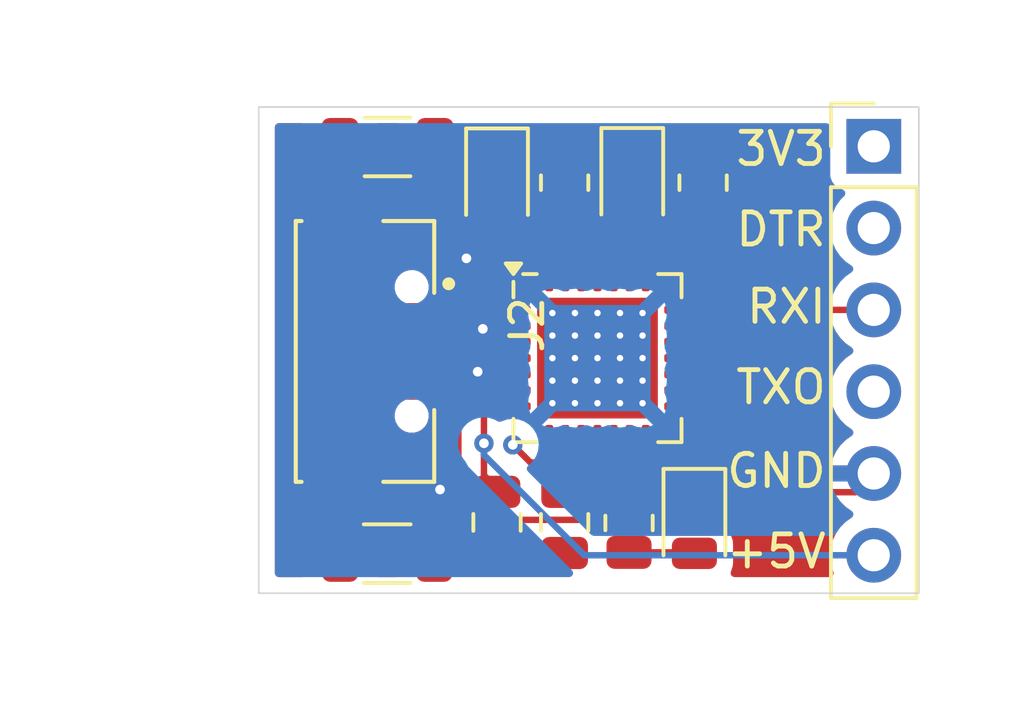
<source format=kicad_pcb>
(kicad_pcb (version 20240108) (generator "pcbnew") (generator_version "8.0")
  (layers (0 "F.Cu" signal) (31 "B.Cu" signal) (34 "B.Paste" user) (35 "F.Paste" user) (36 "B.SilkS" user "B.Silkscreen") (37 "F.SilkS" user "F.Silkscreen") (38 "B.Mask" user) (39 "F.Mask" user) (44 "Edge.Cuts" user))
  (net 0 "")
  (net 4 "Net-(U1-NC-Pad10)")
  (net 12 "Net-(D1-K)")
  (net 13 "GND")
  (net 14 "Net-(U1-~{SUSPEND})")
  (net 15 "Net-(D3-A)")
  (net 16 "Net-(U1-VBUS)")
  (net 17 "Net-(D2-A)")
  (net 18 "VCC")
  (net 19 "TXD")
  (net 20 "RXI")
  (net 21 "DTR")
  (net 22 "3v3")
  (net 23 "TX0")
  (net 24 "D+")
  (footprint "Resistor_SMD:R_1206_3216Metric" (layer "F.Cu") (at 23.99 33.87)
    (property "Reference" "R4" (hide yes))
    (property "Value" "R" (hide yes))
    (fp_line (start -0.727064 -0.91) (end 0.727064 -0.91) (stroke (width 0.12)) (layer "F.SilkS"))
    (fp_line (start -0.727064 0.91) (end 0.727064 0.91) (stroke (width 0.12)) (layer "F.SilkS"))
    (pad "1" smd roundrect (at -1.4625 0) (size 1.125 1.75) (layers "F.Cu" "F.Paste" "F.Mask") (roundrect_rratio 0.222222))
    (pad "2" smd roundrect (at 1.4625 0) (size 1.125 1.75) (layers "F.Cu" "F.Paste" "F.Mask") (roundrect_rratio 0.222222) (net 13 "GND"))
  )
  (footprint "Capacitor_SMD:C_0805_2012Metric" (layer "F.Cu") (at 27.4 32.9 -90)
    (property "Reference" "C2" (hide yes))
    (property "Value" "C" (hide yes))
    (fp_line (start -0.261252 0.735) (end 0.261252 0.735) (stroke (width 0.12)) (layer "F.SilkS"))
    (fp_line (start -0.261252 -0.735) (end 0.261252 -0.735) (stroke (width 0.12)) (layer "F.SilkS"))
    (pad "1" smd roundrect (at -0.95 0 270) (size 1 1.45) (layers "F.Cu" "F.Paste" "F.Mask") (net 18 "VCC"))
    (pad "2" smd roundrect (at 0.95 0 270) (size 1 1.45) (layers "F.Cu" "F.Paste" "F.Mask") (net 13 "GND"))
  )
  (footprint "Resistor_SMD:R_0805_2012Metric" (layer "F.Cu") (at 29.5 22.35 -90)
    (property "Reference" "R1" (hide yes))
    (property "Value" "R" (hide yes))
    (fp_line (start -0.227064 0.735) (end 0.227064 0.735) (stroke (width 0.12)) (layer "F.SilkS"))
    (fp_line (start -0.227064 -0.735) (end 0.227064 -0.735) (stroke (width 0.12)) (layer "F.SilkS"))
    (pad "1" smd roundrect (at -0.9125 0 270) (size 1.025 1.4) (layers "F.Cu" "F.Paste" "F.Mask") (roundrect_rratio 0.243902) (net 12 "Net-(D1-K)"))
    (pad "2" smd roundrect (at 0.9125 0 270) (size 1.025 1.4) (layers "F.Cu" "F.Paste" "F.Mask") (roundrect_rratio 0.243902) (net 13 "GND"))
  )
  (footprint "LED_SMD:LED_0805_2012Metric" (layer "F.Cu") (at 33.53 32.9225 -90)
    (property "Reference" "D3" (hide yes))
    (property "Value" "LED" (hide yes))
    (fp_line (start -1.685 0.96) (end 1 0.96) (stroke (width 0.12)) (layer "F.SilkS"))
    (fp_line (start -1.685 -0.96) (end -1.685 0.96) (stroke (width 0.12)) (layer "F.SilkS"))
    (fp_line (start 1 -0.96) (end -1.685 -0.96) (stroke (width 0.12)) (layer "F.SilkS"))
    (pad "1" smd roundrect (at -0.9375 0 270) (size 0.975 1.4) (layers "F.Cu" "F.Paste" "F.Mask") (net 13 "GND"))
    (pad "2" smd roundrect (at 0.9375 0 270) (size 0.975 1.4) (layers "F.Cu" "F.Paste" "F.Mask") (net 15 "Net-(D3-A)"))
  )
  (footprint "Resistor_SMD:R_0805_2012Metric" (layer "F.Cu") (at 31.5 32.9175 -90)
    (property "Reference" "R3" (hide yes))
    (property "Value" "R" (hide yes))
    (fp_line (start -0.227064 0.735) (end 0.227064 0.735) (stroke (width 0.12)) (layer "F.SilkS"))
    (fp_line (start -0.227064 -0.735) (end 0.227064 -0.735) (stroke (width 0.12)) (layer "F.SilkS"))
    (pad "1" smd roundrect (at -0.9125 0 270) (size 1.025 1.4) (layers "F.Cu" "F.Paste" "F.Mask") (roundrect_rratio 0.243902) (net 14 "Net-(U1-~{SUSPEND})"))
    (pad "2" smd roundrect (at 0.9125 0 270) (size 1.025 1.4) (layers "F.Cu" "F.Paste" "F.Mask") (roundrect_rratio 0.243902) (net 15 "Net-(D3-A)"))
  )
  (footprint "Package_DFN_QFN:QFN-28-1EP_5x5mm_P0.5mm_EP3.75x3.75mm_ThermalVias" (layer "F.Cu") (at 30.52 27.7975)
    (property "Reference" "U1" (hide yes))
    (property "Value" "CP2102" (hide yes))
    (fp_line (start -2.61 -1.885) (end -2.61 -2.37) (stroke (width 0.12)) (layer "F.SilkS"))
    (fp_line (start -2.61 2.61) (end -2.61 1.885) (stroke (width 0.12)) (layer "F.SilkS"))
    (fp_line (start -1.885 -2.61) (end -2.31 -2.61) (stroke (width 0.12)) (layer "F.SilkS"))
    (fp_line (start -1.885 2.61) (end -2.61 2.61) (stroke (width 0.12)) (layer "F.SilkS"))
    (fp_line (start 1.885 -2.61) (end 2.61 -2.61) (stroke (width 0.12)) (layer "F.SilkS"))
    (fp_line (start 1.885 2.61) (end 2.61 2.61) (stroke (width 0.12)) (layer "F.SilkS"))
    (fp_line (start 2.61 -2.61) (end 2.61 -1.885) (stroke (width 0.12)) (layer "F.SilkS"))
    (fp_line (start 2.61 2.61) (end 2.61 1.885) (stroke (width 0.12)) (layer "F.SilkS"))
    (fp_poly (pts (xy -2.61 -2.61) (xy -2.85 -2.94) (xy -2.37 -2.94) (xy -2.61 -2.61)) (stroke (width 0.12)) (fill solid) (layer "F.SilkS"))
    (pad "1" smd roundrect (at -2.4625 -1.5) (size 0.775 0.25) (layers "F.Cu" "F.Paste" "F.Mask"))
    (pad "2" smd roundrect (at -2.4625 -1) (size 0.775 0.25) (layers "F.Cu" "F.Paste" "F.Mask"))
    (pad "3" smd roundrect (at -2.4625 -0.5) (size 0.775 0.25) (layers "F.Cu" "F.Paste" "F.Mask") (net 13 "GND"))
    (pad "4" smd roundrect (at -2.4625 0) (size 0.775 0.25) (layers "F.Cu" "F.Paste" "F.Mask") (net 24 "D+"))
    (pad "5" smd roundrect (at -2.4625 0.5) (size 0.775 0.25) (layers "F.Cu" "F.Paste" "F.Mask") (net 13 "GND"))
    (pad "6" smd roundrect (at -2.4625 1) (size 0.775 0.25) (layers "F.Cu" "F.Paste" "F.Mask") (net 18 "VCC"))
    (pad "7" smd roundrect (at -2.4625 1.5) (size 0.775 0.25) (layers "F.Cu" "F.Paste" "F.Mask"))
    (pad "8" smd roundrect (at -1.5 2.4625) (size 0.25 0.775) (layers "F.Cu" "F.Paste" "F.Mask") (net 16 "Net-(U1-VBUS)"))
    (pad "9" smd roundrect (at -1 2.4625) (size 0.25 0.775) (layers "F.Cu" "F.Paste" "F.Mask") (net 16 "Net-(U1-VBUS)"))
    (pad "10" smd roundrect (at -0.5 2.4625) (size 0.25 0.775) (layers "F.Cu" "F.Paste" "F.Mask") (net 4 "Net-(U1-NC-Pad10)"))
    (pad "11" smd roundrect (at 0 2.4625) (size 0.25 0.775) (layers "F.Cu" "F.Paste" "F.Mask") (net 14 "Net-(U1-~{SUSPEND})"))
    (pad "12" smd roundrect (at 0.5 2.4625) (size 0.25 0.775) (layers "F.Cu" "F.Paste" "F.Mask"))
    (pad "13" smd roundrect (at 1 2.4625) (size 0.25 0.775) (layers "F.Cu" "F.Paste" "F.Mask") (net 4 "Net-(U1-NC-Pad10)"))
    (pad "14" smd roundrect (at 1.5 2.4625) (size 0.25 0.775) (layers "F.Cu" "F.Paste" "F.Mask") (net 4 "Net-(U1-NC-Pad10)"))
    (pad "15" smd roundrect (at 2.4625 1.5) (size 0.775 0.25) (layers "F.Cu" "F.Paste" "F.Mask") (net 4 "Net-(U1-NC-Pad10)"))
    (pad "16" smd roundrect (at 2.4625 1) (size 0.775 0.25) (layers "F.Cu" "F.Paste" "F.Mask") (net 4 "Net-(U1-NC-Pad10)"))
    (pad "17" smd roundrect (at 2.4625 0.5) (size 0.775 0.25) (layers "F.Cu" "F.Paste" "F.Mask") (net 4 "Net-(U1-NC-Pad10)"))
    (pad "18" smd roundrect (at 2.4625 0) (size 0.775 0.25) (layers "F.Cu" "F.Paste" "F.Mask") (net 4 "Net-(U1-NC-Pad10)"))
    (pad "19" smd roundrect (at 2.4625 -0.5) (size 0.775 0.25) (layers "F.Cu" "F.Paste" "F.Mask") (net 4 "Net-(U1-NC-Pad10)"))
    (pad "20" smd roundrect (at 2.4625 -1) (size 0.775 0.25) (layers "F.Cu" "F.Paste" "F.Mask") (net 4 "Net-(U1-NC-Pad10)"))
    (pad "21" smd roundrect (at 2.4625 -1.5) (size 0.775 0.25) (layers "F.Cu" "F.Paste" "F.Mask") (net 4 "Net-(U1-NC-Pad10)"))
    (pad "22" smd roundrect (at 1.5 -2.4625) (size 0.25 0.775) (layers "F.Cu" "F.Paste" "F.Mask") (net 4 "Net-(U1-NC-Pad10)"))
    (pad "23" smd roundrect (at 1 -2.4625) (size 0.25 0.775) (layers "F.Cu" "F.Paste" "F.Mask"))
    (pad "24" smd roundrect (at 0.5 -2.4625) (size 0.25 0.775) (layers "F.Cu" "F.Paste" "F.Mask"))
    (pad "25" smd roundrect (at 0 -2.4625) (size 0.25 0.775) (layers "F.Cu" "F.Paste" "F.Mask") (net 20 "RXI"))
    (pad "26" smd roundrect (at -0.5 -2.4625) (size 0.25 0.775) (layers "F.Cu" "F.Paste" "F.Mask") (net 19 "TXD"))
    (pad "27" smd roundrect (at -1 -2.4625) (size 0.25 0.775) (layers "F.Cu" "F.Paste" "F.Mask"))
    (pad "28" smd roundrect (at -1.5 -2.4625) (size 0.25 0.775) (layers "F.Cu" "F.Paste" "F.Mask"))
    (pad "29" thru_hole circle (at -1.4 -1.4) (size 0.5 0.5) (drill 0.2) (property pad_prop_heatsink) (layers "*.Cu") (net 13 "GND"))
    (pad "29" thru_hole circle (at -1.4 -0.7) (size 0.5 0.5) (drill 0.2) (property pad_prop_heatsink) (layers "*.Cu") (net 13 "GND"))
    (pad "29" thru_hole circle (at -1.4 0) (size 0.5 0.5) (drill 0.2) (property pad_prop_heatsink) (layers "*.Cu") (net 13 "GND"))
    (pad "29" thru_hole circle (at -1.4 0.7) (size 0.5 0.5) (drill 0.2) (property pad_prop_heatsink) (layers "*.Cu") (net 13 "GND"))
    (pad "29" thru_hole circle (at -1.4 1.4) (size 0.5 0.5) (drill 0.2) (property pad_prop_heatsink) (layers "*.Cu") (net 13 "GND"))
    (pad "29" thru_hole circle (at -0.7 -1.4) (size 0.5 0.5) (drill 0.2) (property pad_prop_heatsink) (layers "*.Cu") (net 13 "GND"))
    (pad "29" thru_hole circle (at -0.7 -0.7) (size 0.5 0.5) (drill 0.2) (property pad_prop_heatsink) (layers "*.Cu") (net 13 "GND"))
    (pad "29" thru_hole circle (at -0.7 0) (size 0.5 0.5) (drill 0.2) (property pad_prop_heatsink) (layers "*.Cu") (net 13 "GND"))
    (pad "29" thru_hole circle (at -0.7 0.7) (size 0.5 0.5) (drill 0.2) (property pad_prop_heatsink) (layers "*.Cu") (net 13 "GND"))
    (pad "29" thru_hole circle (at -0.7 1.4) (size 0.5 0.5) (drill 0.2) (property pad_prop_heatsink) (layers "*.Cu") (net 13 "GND"))
    (pad "29" thru_hole circle (at 0 -1.4) (size 0.5 0.5) (drill 0.2) (property pad_prop_heatsink) (layers "*.Cu") (net 13 "GND"))
    (pad "29" thru_hole circle (at 0 -0.7) (size 0.5 0.5) (drill 0.2) (property pad_prop_heatsink) (layers "*.Cu") (net 13 "GND"))
    (pad "29" thru_hole circle (at 0 0) (size 0.5 0.5) (drill 0.2) (property pad_prop_heatsink) (layers "*.Cu") (net 13 "GND"))
    (pad "29" smd rect (at 0 0) (size 3.3 3.3) (property pad_prop_heatsink) (layers "B.Cu") (net 13 "GND"))
    (pad "29" smd rect (at 0 0) (size 3.75 3.75) (property pad_prop_heatsink) (layers "F.Cu" "F.Mask") (net 13 "GND"))
    (pad "29" thru_hole circle (at 0 0.7) (size 0.5 0.5) (drill 0.2) (property pad_prop_heatsink) (layers "*.Cu") (net 13 "GND"))
    (pad "29" thru_hole circle (at 0 1.4) (size 0.5 0.5) (drill 0.2) (property pad_prop_heatsink) (layers "*.Cu") (net 13 "GND"))
    (pad "29" thru_hole circle (at 0.7 -1.4) (size 0.5 0.5) (drill 0.2) (property pad_prop_heatsink) (layers "*.Cu") (net 13 "GND"))
    (pad "29" thru_hole circle (at 0.7 -0.7) (size 0.5 0.5) (drill 0.2) (property pad_prop_heatsink) (layers "*.Cu") (net 13 "GND"))
    (pad "29" thru_hole circle (at 0.7 0) (size 0.5 0.5) (drill 0.2) (property pad_prop_heatsink) (layers "*.Cu") (net 13 "GND"))
    (pad "29" thru_hole circle (at 0.7 0.7) (size 0.5 0.5) (drill 0.2) (property pad_prop_heatsink) (layers "*.Cu") (net 13 "GND"))
    (pad "29" thru_hole circle (at 0.7 1.4) (size 0.5 0.5) (drill 0.2) (property pad_prop_heatsink) (layers "*.Cu") (net 13 "GND"))
    (pad "29" thru_hole circle (at 1.4 -1.4) (size 0.5 0.5) (drill 0.2) (property pad_prop_heatsink) (layers "*.Cu") (net 13 "GND"))
    (pad "29" thru_hole circle (at 1.4 -0.7) (size 0.5 0.5) (drill 0.2) (property pad_prop_heatsink) (layers "*.Cu") (net 13 "GND"))
    (pad "29" thru_hole circle (at 1.4 0) (size 0.5 0.5) (drill 0.2) (property pad_prop_heatsink) (layers "*.Cu") (net 13 "GND"))
    (pad "29" thru_hole circle (at 1.4 0.7) (size 0.5 0.5) (drill 0.2) (property pad_prop_heatsink) (layers "*.Cu") (net 13 "GND"))
    (pad "29" thru_hole circle (at 1.4 1.4) (size 0.5 0.5) (drill 0.2) (property pad_prop_heatsink) (layers "*.Cu") (net 13 "GND"))
  )
  (footprint "Capacitor_SMD:C_1206_3216Metric" (layer "F.Cu") (at 24 21.24)
    (property "Reference" "C1" (hide yes))
    (property "Value" "C" (hide yes))
    (fp_line (start -0.711252 -0.91) (end 0.711252 -0.91) (stroke (width 0.12)) (layer "F.SilkS"))
    (fp_line (start -0.711252 0.91) (end 0.711252 0.91) (stroke (width 0.12)) (layer "F.SilkS"))
    (pad "1" smd roundrect (at -1.475 0) (size 1.15 1.8) (layers "F.Cu" "F.Paste" "F.Mask") (roundrect_rratio 0.217391) (net 13 "GND"))
    (pad "2" smd roundrect (at 1.475 0) (size 1.15 1.8) (layers "F.Cu" "F.Paste" "F.Mask") (roundrect_rratio 0.217391) (net 18 "VCC"))
  )
  (footprint "LED_SMD:LED_0805_2012Metric" (layer "F.Cu") (at 27.4 22.35 -90)
    (property "Reference" "D1" (hide yes))
    (property "Value" "LED" (hide yes))
    (fp_line (start -1.685 0.96) (end 1 0.96) (stroke (width 0.12)) (layer "F.SilkS"))
    (fp_line (start -1.685 -0.96) (end -1.685 0.96) (stroke (width 0.12)) (layer "F.SilkS"))
    (fp_line (start 1 -0.96) (end -1.685 -0.96) (stroke (width 0.12)) (layer "F.SilkS"))
    (pad "1" smd roundrect (at -0.9375 0 270) (size 0.975 1.4) (layers "F.Cu" "F.Paste" "F.Mask") (net 12 "Net-(D1-K)"))
    (pad "2" smd roundrect (at 0.9375 0 270) (size 0.975 1.4) (layers "F.Cu" "F.Paste" "F.Mask") (net 19 "TXD"))
  )
  (footprint "Resistor_SMD:R_0805_2012Metric" (layer "F.Cu") (at 33.8 22.35 -90)
    (property "Reference" "R2" (hide yes))
    (property "Value" "R" (hide yes))
    (fp_line (start -0.227064 0.735) (end 0.227064 0.735) (stroke (width 0.12)) (layer "F.SilkS"))
    (fp_line (start -0.227064 -0.735) (end 0.227064 -0.735) (stroke (width 0.12)) (layer "F.SilkS"))
    (pad "1" smd roundrect (at -0.9125 0 270) (size 1.025 1.4) (layers "F.Cu" "F.Paste" "F.Mask") (roundrect_rratio 0.243902) (net 22 "3v3"))
    (pad "2" smd roundrect (at 0.9125 0 270) (size 1.025 1.4) (layers "F.Cu" "F.Paste" "F.Mask") (roundrect_rratio 0.243902) (net 17 "Net-(D2-A)"))
  )
  (footprint "Capacitor_SMD:C_0805_2012Metric" (layer "F.Cu") (at 29.5 32.9 -90)
    (property "Reference" "C3" (hide yes))
    (property "Value" "C" (hide yes))
    (fp_line (start -0.261252 0.735) (end 0.261252 0.735) (stroke (width 0.12)) (layer "F.SilkS"))
    (fp_line (start -0.261252 -0.735) (end 0.261252 -0.735) (stroke (width 0.12)) (layer "F.SilkS"))
    (pad "1" smd roundrect (at -0.95 0 270) (size 1 1.45) (layers "F.Cu" "F.Paste" "F.Mask") (net 16 "Net-(U1-VBUS)"))
    (pad "2" smd roundrect (at 0.95 0 270) (size 1 1.45) (layers "F.Cu" "F.Paste" "F.Mask") (net 13 "GND"))
  )
  (footprint "LED_SMD:LED_0805_2012Metric" (layer "F.Cu") (at 31.6 22.3375 -90)
    (property "Reference" "D2" (hide yes))
    (property "Value" "LED" (hide yes))
    (fp_line (start -1.685 0.96) (end 1 0.96) (stroke (width 0.12)) (layer "F.SilkS"))
    (fp_line (start -1.685 -0.96) (end -1.685 0.96) (stroke (width 0.12)) (layer "F.SilkS"))
    (fp_line (start 1 -0.96) (end -1.685 -0.96) (stroke (width 0.12)) (layer "F.SilkS"))
    (pad "1" smd roundrect (at -0.9375 0 270) (size 0.975 1.4) (layers "F.Cu" "F.Paste" "F.Mask") (net 20 "RXI"))
    (pad "2" smd roundrect (at 0.9375 0 270) (size 0.975 1.4) (layers "F.Cu" "F.Paste" "F.Mask") (net 17 "Net-(D2-A)"))
  )
  (footprint "Connector_PinHeader_2.54mm:PinHeader_1x06_P2.54mm_Vertical" (layer "F.Cu") (at 39.1 21.22)
    (property "Reference" "J1" (hide yes))
    (property "Value" "Conn_01x06")
    (fp_line (start -1.33 -1.33) (end 0 -1.33) (stroke (width 0.12)) (layer "F.SilkS"))
    (fp_line (start -1.33 0) (end -1.33 -1.33) (stroke (width 0.12)) (layer "F.SilkS"))
    (fp_line (start -1.33 1.27) (end -1.33 14.03) (stroke (width 0.12)) (layer "F.SilkS"))
    (fp_line (start -1.33 1.27) (end 1.33 1.27) (stroke (width 0.12)) (layer "F.SilkS"))
    (fp_line (start -1.33 14.03) (end 1.33 14.03) (stroke (width 0.12)) (layer "F.SilkS"))
    (fp_line (start 1.33 1.27) (end 1.33 14.03) (stroke (width 0.12)) (layer "F.SilkS"))
    (pad "1" thru_hole rect (at 0 0) (size 1.7 1.7) (drill 1) (layers "*.Cu" "*.Mask") (net 22 "3v3"))
    (pad "2" thru_hole oval (at 0 2.54) (size 1.7 1.7) (drill 1) (layers "*.Cu" "*.Mask") (net 21 "DTR"))
    (pad "3" thru_hole oval (at 0 5.08) (size 1.7 1.7) (drill 1) (layers "*.Cu" "*.Mask") (net 20 "RXI"))
    (pad "4" thru_hole oval (at 0 7.62) (size 1.7 1.7) (drill 1) (layers "*.Cu" "*.Mask") (net 23 "TX0"))
    (pad "5" thru_hole oval (at 0 10.16) (size 1.7 1.7) (drill 1) (layers "*.Cu" "*.Mask") (net 13 "GND"))
    (pad "6" thru_hole oval (at 0 12.7) (size 1.7 1.7) (drill 1) (layers "*.Cu" "*.Mask") (net 18 "VCC"))
  )
  (footprint "footprints:CUI_UJ2-MIBH-G-SMT-TR" (layer "F.Cu") (at 22.6 27.59 -90)
    (property "Reference" "J2" (at -0.825 -5.735 90) (layer "F.SilkS"))
    (property "Value" "UJ2-MIBH-G-SMT-TR" (hide yes))
    (fp_line (start -4.05 1.45) (end 4.05 1.45) (stroke (width 0.127)) (layer "F.SilkS"))
    (fp_line (start 4.05 1.45) (end 4.05 1.27) (stroke (width 0.127)) (layer "F.SilkS"))
    (fp_line (start -4.05 1.27) (end -4.05 1.45) (stroke (width 0.127)) (layer "F.SilkS"))
    (fp_line (start -4.05 -1.27) (end -4.05 -2.85) (stroke (width 0.127)) (layer "F.SilkS"))
    (fp_line (start -4.05 -2.85) (end -1.82 -2.85) (stroke (width 0.127)) (layer "F.SilkS"))
    (fp_line (start 1.82 -2.85) (end 4.05 -2.85) (stroke (width 0.127)) (layer "F.SilkS"))
    (fp_line (start 4.05 -2.85) (end 4.05 -1.27) (stroke (width 0.127)) (layer "F.SilkS"))
    (fp_circle (center -2.1 -3.3) (end -2 -3.3) (stroke (width 0.2)) (fill none) (layer "F.SilkS"))
    (pad "" np_thru_hole circle (at -2 -2.15 270) (size 0.55 0.55) (drill 0.55) (layers "*.Cu" "*.Mask"))
    (pad "" np_thru_hole circle (at 2 -2.15 270) (size 0.55 0.55) (drill 0.55) (layers "*.Cu" "*.Mask"))
    (pad "1" smd rect (at -1.3 -2.675 270) (size 0.4 1.35) (layers "F.Cu" "F.Paste" "F.Mask") (net 18 "VCC"))
    (pad "2" smd rect (at -0.65 -2.675 270) (size 0.4 1.35) (layers "F.Cu" "F.Paste" "F.Mask") (net 13 "GND"))
    (pad "3" smd rect (at 0 -2.675 270) (size 0.4 1.35) (layers "F.Cu" "F.Paste" "F.Mask") (net 24 "D+"))
    (pad "4" smd rect (at 0.65 -2.675 270) (size 0.4 1.35) (layers "F.Cu" "F.Paste" "F.Mask"))
    (pad "5" smd rect (at -3.95 0 270) (size 1.9 1.9) (layers "F.Cu" "F.Paste" "F.Mask") (net 13 "GND"))
    (pad "5" smd rect (at -1.2 0 270) (size 1.9 1.9) (layers "F.Cu" "F.Paste" "F.Mask") (net 13 "GND"))
    (pad "5" smd rect (at 1.2 0 270) (size 1.9 1.9) (layers "F.Cu" "F.Paste" "F.Mask") (net 13 "GND"))
    (pad "5" smd rect (at 1.3 -2.675 270) (size 0.4 1.35) (layers "F.Cu" "F.Paste" "F.Mask") (net 13 "GND"))
    (pad "5" smd rect (at 3.95 0 270) (size 1.9 1.9) (layers "F.Cu" "F.Paste" "F.Mask") (net 13 "GND"))
  )
  (gr_rect (start 20 20) (end 40.5 35.1) (stroke (width 0.05)) (fill none) (layer "Edge.Cuts"))
  (gr_text "TXO" (at 37.7 28.7 0) (layer "F.SilkS") (effects (font (size 1 1)) (justify right)))
  (gr_text "3V3" (at 37.7 21.3 0) (layer "F.SilkS") (effects (font (size 1 1)) (justify right)))
  (gr_text "GND" (at 37.7 31.3 0) (layer "F.SilkS") (effects (font (size 1 1)) (justify right)))
  (gr_text "RXI" (at 37.7 26.2 0) (layer "F.SilkS") (effects (font (size 1 1)) (justify right)))
  (gr_text "+5V\n" (at 37.7 33.8 0) (layer "F.SilkS") (effects (font (size 1 1)) (justify right)))
  (gr_text "DTR" (at 37.7 23.8 0) (layer "F.SilkS") (effects (font (size 1 1)) (justify right)))
  (segment (start 29.175 21.4125) (end 29.2 21.4375) (width 0.2) (layer "F.Cu") (net 12))
  (segment (start 29.475 21.4125) (end 29.5 21.4375) (width 0.2) (layer "F.Cu") (net 12))
  (segment (start 27.4 21.4125) (end 29.475 21.4125) (width 0.2) (layer "F.Cu") (net 12))
  (segment (start 26.44 32.78) (end 26.2 32.54) (width 0.2) (layer "F.Cu") (net 13))
  (segment (start 22.525 21.24) (end 22.525 23.565) (width 0.2) (layer "F.Cu") (net 13))
  (segment (start 26.91 26.94) (end 26.96 26.89) (width 0.2) (layer "F.Cu") (net 13))
  (segment (start 26.2 22.775) (end 26.475 22.5) (width 0.2) (layer "F.Cu") (net 13))
  (segment (start 32.77 31.9625) (end 32.77 32.81) (width 0.2) (layer "F.Cu") (net 13))
  (segment (start 25.275 26.94) (end 26.91 26.94) (width 0.2) (layer "F.Cu") (net 13))
  (segment (start 32.77 31.9625) (end 38.5175 31.9625) (width 0.2) (layer "F.Cu") (net 13))
  (segment (start 26.8775 28.2975) (end 26.8 28.22) (width 0.2) (layer "F.Cu") (net 13))
  (segment (start 26.45 24.7) (end 26.2 24.45) (width 0.2) (layer "F.Cu") (net 13))
  (segment (start 22.525 23.565) (end 22.6 23.64) (width 0.2) (layer "F.Cu") (net 13))
  (segment (start 32.78 32.82) (end 26.48 32.82) (width 0.2) (layer "F.Cu") (net 13))
  (segment (start 38.5175 31.9625) (end 39.1 31.38) (width 0.2) (layer "F.Cu") (net 13))
  (segment (start 25.62 31.89) (end 25.63 31.88) (width 0.2) (layer "F.Cu") (net 13))
  (segment (start 28.0575 28.2975) (end 26.8775 28.2975) (width 0.2) (layer "F.Cu") (net 13))
  (segment (start 28.7375 22.5) (end 29.5 23.2625) (width 0.2) (layer "F.Cu") (net 13))
  (segment (start 26.48 32.82) (end 26.44 32.78) (width 0.2) (layer "F.Cu") (net 13))
  (segment (start 25.4525 33.87) (end 25.4525 33.2175) (width 0.2) (layer "F.Cu") (net 13))
  (segment (start 25.4525 33.2175) (end 25.62 33.05) (width 0.2) (layer "F.Cu") (net 13))
  (segment (start 25.62 33.05) (end 25.62 31.89) (width 0.2) (layer "F.Cu") (net 13))
  (segment (start 32.77 32.81) (end 32.78 32.82) (width 0.2) (layer "F.Cu") (net 13))
  (segment (start 26.2 29.815) (end 26.2 32.54) (width 0.2) (layer "F.Cu") (net 13))
  (segment (start 26.475 22.5) (end 28.7375 22.5) (width 0.2) (layer "F.Cu") (net 13))
  (segment (start 26.2 24.45) (end 26.2 22.775) (width 0.2) (layer "F.Cu") (net 13))
  (via (at 26.8 28.22) (size 0.6) (drill 0.3) (layers "F.Cu" "B.Cu") (net 13))
  (via (at 26.45 24.7) (size 0.6) (drill 0.3) (layers "F.Cu" "B.Cu") (net 13))
  (via (at 25.63 31.88) (size 0.6) (drill 0.3) (layers "F.Cu" "B.Cu") (net 13))
  (via (at 26.96 26.89) (size 0.6) (drill 0.3) (layers "F.Cu" "B.Cu") (net 13))
  (segment (start 30.52 31.5575) (end 30.95 31.9875) (width 0.2) (layer "F.Cu") (net 14))
  (segment (start 30.52 30.26) (end 30.52 31.5575) (width 0.2) (layer "F.Cu") (net 14))
  (segment (start 31.5 33.83) (end 33.5 33.83) (width 0.2) (layer "F.Cu") (net 15))
  (segment (start 33.5 33.83) (end 33.53 33.86) (width 0.2) (layer "F.Cu") (net 15))
  (segment (start 29.02 31.04) (end 28.44 31.04) (width 0.2) (layer "F.Cu") (net 16))
  (segment (start 29.02 31.04) (end 29.02 31.75) (width 0.2) (layer "F.Cu") (net 16))
  (segment (start 29.02 31.75) (end 29.22 31.95) (width 0.2) (layer "F.Cu") (net 16))
  (segment (start 29.22 31.75) (end 29.22 31.95) (width 0.2) (layer "F.Cu") (net 16))
  (segment (start 29.52 30.26) (end 29.52 31.43) (width 0.2) (layer "F.Cu") (net 16))
  (segment (start 29.02 30.26) (end 29.02 31.04) (width 0.2) (layer "F.Cu") (net 16))
  (segment (start 29.52 31.43) (end 29.53 31.44) (width 0.2) (layer "F.Cu") (net 16))
  (segment (start 29.53 31.44) (end 29.22 31.75) (width 0.2) (layer "F.Cu") (net 16))
  (segment (start 28.44 31.04) (end 27.89 30.49) (width 0.2) (layer "F.Cu") (net 16))
  (via (at 27.89 30.49) (size 0.6) (drill 0.3) (layers "F.Cu" "B.Cu") (net 16))
  (segment (start 31.6 23.275) (end 33.7875 23.275) (width 0.2) (layer "F.Cu") (net 17))
  (segment (start 33.7875 23.275) (end 33.8 23.2625) (width 0.2) (layer "F.Cu") (net 17))
  (segment (start 26.994127 30.442657) (end 26.994127 31.434127) (width 0.2) (layer "F.Cu") (net 18))
  (segment (start 25.475 21.24) (end 25.475 26.09) (width 0.2) (layer "F.Cu") (net 18))
  (segment (start 26.994127 30.442657) (end 26.994127 29.458987) (width 0.2) (layer "F.Cu") (net 18))
  (segment (start 27.655614 28.7975) (end 28.0575 28.7975) (width 0.2) (layer "F.Cu") (net 18))
  (segment (start 26.994127 29.458987) (end 27.655614 28.7975) (width 0.2) (layer "F.Cu") (net 18))
  (segment (start 25.475 26.09) (end 25.275 26.29) (width 0.2) (layer "F.Cu") (net 18))
  (segment (start 26.994127 31.434127) (end 27.51 31.95) (width 0.2) (layer "F.Cu") (net 18))
  (via (at 26.994127 30.442657) (size 0.6) (drill 0.3) (layers "F.Cu" "B.Cu") (net 18))
  (segment (start 26.994127 30.804127) (end 30.11 33.92) (width 0.2) (layer "B.Cu") (net 18))
  (segment (start 26.994127 30.442657) (end 26.994127 30.804127) (width 0.2) (layer "B.Cu") (net 18))
  (segment (start 30.11 33.92) (end 39.1 33.92) (width 0.2) (layer "B.Cu") (net 18))
  (segment (start 30.02 24.933114) (end 30.02 25.335) (width 0.2) (layer "F.Cu") (net 19))
  (segment (start 27.4 23.2875) (end 28.76 24.6475) (width 0.2) (layer "F.Cu") (net 19))
  (segment (start 29.734386 24.6475) (end 30.02 24.933114) (width 0.2) (layer "F.Cu") (net 19))
  (segment (start 28.76 24.6475) (end 29.734386 24.6475) (width 0.2) (layer "F.Cu") (net 19))
  (segment (start 31.153114 24.3) (end 30.52 24.933114) (width 0.2) (layer "F.Cu") (net 20))
  (segment (start 30.52 24.933114) (end 30.52 25.335) (width 0.2) (layer "F.Cu") (net 20))
  (segment (start 31.8 22.3) (end 34.334744 22.3) (width 0.2) (layer "F.Cu") (net 20))
  (segment (start 34.334744 22.3) (end 35.1 23.065256) (width 0.2) (layer "F.Cu") (net 20))
  (segment (start 35.1 24.3) (end 37.1 26.3) (width 0.2) (layer "F.Cu") (net 20))
  (segment (start 35.1 23.065256) (end 35.1 24.3) (width 0.2) (layer "F.Cu") (net 20))
  (segment (start 37.1 26.3) (end 39.1 26.3) (width 0.2) (layer "F.Cu") (net 20))
  (segment (start 31.6 21.4) (end 31.6 22.1) (width 0.2) (layer "F.Cu") (net 20))
  (segment (start 35.1 24.3) (end 31.153114 24.3) (width 0.2) (layer "F.Cu") (net 20))
  (segment (start 31.6 22.1) (end 31.8 22.3) (width 0.2) (layer "F.Cu") (net 20))
  (segment (start 38.8825 21.4375) (end 39.1 21.22) (width 0.2) (layer "F.Cu") (net 22))
  (segment (start 27.08 27.59) (end 25.275 27.59) (width 0.2) (layer "F.Cu") (net 24))
  (segment (start 27.2875 27.7975) (end 27.08 27.59) (width 0.2) (layer "F.Cu") (net 24))
  (segment (start 28.0575 27.7975) (end 27.2875 27.7975) (width 0.2) (layer "F.Cu") (net 24))
  (zone (net 13) (net_name "GND") (layer "F.Cu") (priority 1) (connect_pads (clearance 0.5)) (min_thickness 0.25) (fill yes (thermal_gap 0.5) (thermal_bridge_width 0.5))
    (polygon (pts (xy 20 20) (xy 40.5 20) (xy 40.5 35.1) (xy 20 35.1)))
  )
  (zone (net 13) (net_name "GND") (layer "B.Cu") (connect_pads (clearance 0.5)) (min_thickness 0.25) (fill yes (thermal_gap 0.5) (thermal_bridge_width 0.5))
    (polygon (pts (xy 20 20) (xy 40.5 20) (xy 40.5 35.1) (xy 20 35.1)))
  )
)
</source>
